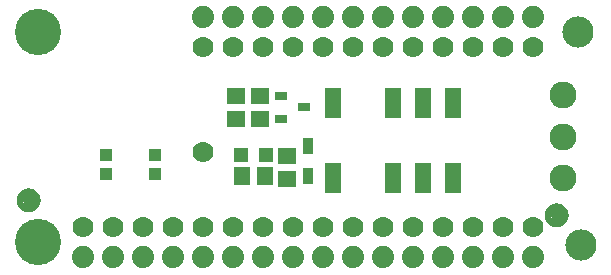
<source format=gbr>
G04 EAGLE Gerber RS-274X export*
G75*
%MOMM*%
%FSLAX34Y34*%
%LPD*%
%INSoldermask Top*%
%IPPOS*%
%AMOC8*
5,1,8,0,0,1.08239X$1,22.5*%
G01*
%ADD10C,2.641600*%
%ADD11C,3.911600*%
%ADD12C,1.879600*%
%ADD13C,1.778000*%
%ADD14R,1.001600X1.001600*%
%ADD15C,1.101600*%
%ADD16C,0.500000*%
%ADD17R,1.351600X2.601600*%
%ADD18R,1.117600X0.736600*%
%ADD19R,1.601600X1.341600*%
%ADD20R,0.901600X1.451600*%
%ADD21C,2.286000*%
%ADD22R,1.301600X1.301600*%
%ADD23R,1.341600X1.601600*%


D10*
X482600Y203200D03*
X485140Y22860D03*
D11*
X25400Y203200D03*
X25400Y25400D03*
D12*
X165100Y215900D03*
X190500Y215900D03*
X215900Y215900D03*
X241300Y215900D03*
X266700Y215900D03*
X292100Y215900D03*
X317500Y215900D03*
X342900Y215900D03*
X368300Y215900D03*
X393700Y215900D03*
X419100Y215900D03*
X444500Y215900D03*
X165100Y12700D03*
X190500Y12700D03*
X215900Y12700D03*
X241300Y12700D03*
X266700Y12700D03*
X292100Y12700D03*
X317500Y12700D03*
X342900Y12700D03*
X368300Y12700D03*
X393700Y12700D03*
X419100Y12700D03*
X444500Y12700D03*
X139700Y12700D03*
X114300Y12700D03*
X88900Y12700D03*
X63500Y12700D03*
D13*
X444500Y38100D03*
X419100Y38100D03*
X393700Y38100D03*
X368300Y38100D03*
X342900Y38100D03*
X317500Y38100D03*
X292100Y38100D03*
X266700Y38100D03*
X241300Y38100D03*
X215900Y38100D03*
X190500Y38100D03*
X165100Y38100D03*
X139700Y38100D03*
X114300Y38100D03*
X88900Y38100D03*
X63500Y38100D03*
X190500Y190500D03*
X215900Y190500D03*
X241300Y190500D03*
X266700Y190500D03*
X292100Y190500D03*
X317500Y190500D03*
X342900Y190500D03*
X368300Y190500D03*
X393700Y190500D03*
X419100Y190500D03*
X444500Y190500D03*
D14*
X83640Y83440D03*
X83640Y99440D03*
X124640Y99440D03*
X124640Y83440D03*
D13*
X165100Y190500D03*
D15*
X17780Y60960D03*
D16*
X17780Y68460D02*
X17599Y68458D01*
X17418Y68451D01*
X17237Y68440D01*
X17056Y68425D01*
X16876Y68405D01*
X16696Y68381D01*
X16517Y68353D01*
X16339Y68320D01*
X16162Y68283D01*
X15985Y68242D01*
X15810Y68197D01*
X15635Y68147D01*
X15462Y68093D01*
X15291Y68035D01*
X15120Y67973D01*
X14952Y67906D01*
X14785Y67836D01*
X14619Y67762D01*
X14456Y67683D01*
X14295Y67601D01*
X14135Y67515D01*
X13978Y67425D01*
X13823Y67331D01*
X13670Y67234D01*
X13520Y67132D01*
X13372Y67028D01*
X13226Y66919D01*
X13084Y66808D01*
X12944Y66692D01*
X12807Y66574D01*
X12672Y66452D01*
X12541Y66327D01*
X12413Y66199D01*
X12288Y66068D01*
X12166Y65933D01*
X12048Y65796D01*
X11932Y65656D01*
X11821Y65514D01*
X11712Y65368D01*
X11608Y65220D01*
X11506Y65070D01*
X11409Y64917D01*
X11315Y64762D01*
X11225Y64605D01*
X11139Y64445D01*
X11057Y64284D01*
X10978Y64121D01*
X10904Y63955D01*
X10834Y63788D01*
X10767Y63620D01*
X10705Y63449D01*
X10647Y63278D01*
X10593Y63105D01*
X10543Y62930D01*
X10498Y62755D01*
X10457Y62578D01*
X10420Y62401D01*
X10387Y62223D01*
X10359Y62044D01*
X10335Y61864D01*
X10315Y61684D01*
X10300Y61503D01*
X10289Y61322D01*
X10282Y61141D01*
X10280Y60960D01*
X17780Y68460D02*
X17961Y68458D01*
X18142Y68451D01*
X18323Y68440D01*
X18504Y68425D01*
X18684Y68405D01*
X18864Y68381D01*
X19043Y68353D01*
X19221Y68320D01*
X19398Y68283D01*
X19575Y68242D01*
X19750Y68197D01*
X19925Y68147D01*
X20098Y68093D01*
X20269Y68035D01*
X20440Y67973D01*
X20608Y67906D01*
X20775Y67836D01*
X20941Y67762D01*
X21104Y67683D01*
X21265Y67601D01*
X21425Y67515D01*
X21582Y67425D01*
X21737Y67331D01*
X21890Y67234D01*
X22040Y67132D01*
X22188Y67028D01*
X22334Y66919D01*
X22476Y66808D01*
X22616Y66692D01*
X22753Y66574D01*
X22888Y66452D01*
X23019Y66327D01*
X23147Y66199D01*
X23272Y66068D01*
X23394Y65933D01*
X23512Y65796D01*
X23628Y65656D01*
X23739Y65514D01*
X23848Y65368D01*
X23952Y65220D01*
X24054Y65070D01*
X24151Y64917D01*
X24245Y64762D01*
X24335Y64605D01*
X24421Y64445D01*
X24503Y64284D01*
X24582Y64121D01*
X24656Y63955D01*
X24726Y63788D01*
X24793Y63620D01*
X24855Y63449D01*
X24913Y63278D01*
X24967Y63105D01*
X25017Y62930D01*
X25062Y62755D01*
X25103Y62578D01*
X25140Y62401D01*
X25173Y62223D01*
X25201Y62044D01*
X25225Y61864D01*
X25245Y61684D01*
X25260Y61503D01*
X25271Y61322D01*
X25278Y61141D01*
X25280Y60960D01*
X25278Y60779D01*
X25271Y60598D01*
X25260Y60417D01*
X25245Y60236D01*
X25225Y60056D01*
X25201Y59876D01*
X25173Y59697D01*
X25140Y59519D01*
X25103Y59342D01*
X25062Y59165D01*
X25017Y58990D01*
X24967Y58815D01*
X24913Y58642D01*
X24855Y58471D01*
X24793Y58300D01*
X24726Y58132D01*
X24656Y57965D01*
X24582Y57799D01*
X24503Y57636D01*
X24421Y57475D01*
X24335Y57315D01*
X24245Y57158D01*
X24151Y57003D01*
X24054Y56850D01*
X23952Y56700D01*
X23848Y56552D01*
X23739Y56406D01*
X23628Y56264D01*
X23512Y56124D01*
X23394Y55987D01*
X23272Y55852D01*
X23147Y55721D01*
X23019Y55593D01*
X22888Y55468D01*
X22753Y55346D01*
X22616Y55228D01*
X22476Y55112D01*
X22334Y55001D01*
X22188Y54892D01*
X22040Y54788D01*
X21890Y54686D01*
X21737Y54589D01*
X21582Y54495D01*
X21425Y54405D01*
X21265Y54319D01*
X21104Y54237D01*
X20941Y54158D01*
X20775Y54084D01*
X20608Y54014D01*
X20440Y53947D01*
X20269Y53885D01*
X20098Y53827D01*
X19925Y53773D01*
X19750Y53723D01*
X19575Y53678D01*
X19398Y53637D01*
X19221Y53600D01*
X19043Y53567D01*
X18864Y53539D01*
X18684Y53515D01*
X18504Y53495D01*
X18323Y53480D01*
X18142Y53469D01*
X17961Y53462D01*
X17780Y53460D01*
X17599Y53462D01*
X17418Y53469D01*
X17237Y53480D01*
X17056Y53495D01*
X16876Y53515D01*
X16696Y53539D01*
X16517Y53567D01*
X16339Y53600D01*
X16162Y53637D01*
X15985Y53678D01*
X15810Y53723D01*
X15635Y53773D01*
X15462Y53827D01*
X15291Y53885D01*
X15120Y53947D01*
X14952Y54014D01*
X14785Y54084D01*
X14619Y54158D01*
X14456Y54237D01*
X14295Y54319D01*
X14135Y54405D01*
X13978Y54495D01*
X13823Y54589D01*
X13670Y54686D01*
X13520Y54788D01*
X13372Y54892D01*
X13226Y55001D01*
X13084Y55112D01*
X12944Y55228D01*
X12807Y55346D01*
X12672Y55468D01*
X12541Y55593D01*
X12413Y55721D01*
X12288Y55852D01*
X12166Y55987D01*
X12048Y56124D01*
X11932Y56264D01*
X11821Y56406D01*
X11712Y56552D01*
X11608Y56700D01*
X11506Y56850D01*
X11409Y57003D01*
X11315Y57158D01*
X11225Y57315D01*
X11139Y57475D01*
X11057Y57636D01*
X10978Y57799D01*
X10904Y57965D01*
X10834Y58132D01*
X10767Y58300D01*
X10705Y58471D01*
X10647Y58642D01*
X10593Y58815D01*
X10543Y58990D01*
X10498Y59165D01*
X10457Y59342D01*
X10420Y59519D01*
X10387Y59697D01*
X10359Y59876D01*
X10335Y60056D01*
X10315Y60236D01*
X10300Y60417D01*
X10289Y60598D01*
X10282Y60779D01*
X10280Y60960D01*
D15*
X464820Y48260D03*
D16*
X464820Y55760D02*
X464639Y55758D01*
X464458Y55751D01*
X464277Y55740D01*
X464096Y55725D01*
X463916Y55705D01*
X463736Y55681D01*
X463557Y55653D01*
X463379Y55620D01*
X463202Y55583D01*
X463025Y55542D01*
X462850Y55497D01*
X462675Y55447D01*
X462502Y55393D01*
X462331Y55335D01*
X462160Y55273D01*
X461992Y55206D01*
X461825Y55136D01*
X461659Y55062D01*
X461496Y54983D01*
X461335Y54901D01*
X461175Y54815D01*
X461018Y54725D01*
X460863Y54631D01*
X460710Y54534D01*
X460560Y54432D01*
X460412Y54328D01*
X460266Y54219D01*
X460124Y54108D01*
X459984Y53992D01*
X459847Y53874D01*
X459712Y53752D01*
X459581Y53627D01*
X459453Y53499D01*
X459328Y53368D01*
X459206Y53233D01*
X459088Y53096D01*
X458972Y52956D01*
X458861Y52814D01*
X458752Y52668D01*
X458648Y52520D01*
X458546Y52370D01*
X458449Y52217D01*
X458355Y52062D01*
X458265Y51905D01*
X458179Y51745D01*
X458097Y51584D01*
X458018Y51421D01*
X457944Y51255D01*
X457874Y51088D01*
X457807Y50920D01*
X457745Y50749D01*
X457687Y50578D01*
X457633Y50405D01*
X457583Y50230D01*
X457538Y50055D01*
X457497Y49878D01*
X457460Y49701D01*
X457427Y49523D01*
X457399Y49344D01*
X457375Y49164D01*
X457355Y48984D01*
X457340Y48803D01*
X457329Y48622D01*
X457322Y48441D01*
X457320Y48260D01*
X464820Y55760D02*
X465001Y55758D01*
X465182Y55751D01*
X465363Y55740D01*
X465544Y55725D01*
X465724Y55705D01*
X465904Y55681D01*
X466083Y55653D01*
X466261Y55620D01*
X466438Y55583D01*
X466615Y55542D01*
X466790Y55497D01*
X466965Y55447D01*
X467138Y55393D01*
X467309Y55335D01*
X467480Y55273D01*
X467648Y55206D01*
X467815Y55136D01*
X467981Y55062D01*
X468144Y54983D01*
X468305Y54901D01*
X468465Y54815D01*
X468622Y54725D01*
X468777Y54631D01*
X468930Y54534D01*
X469080Y54432D01*
X469228Y54328D01*
X469374Y54219D01*
X469516Y54108D01*
X469656Y53992D01*
X469793Y53874D01*
X469928Y53752D01*
X470059Y53627D01*
X470187Y53499D01*
X470312Y53368D01*
X470434Y53233D01*
X470552Y53096D01*
X470668Y52956D01*
X470779Y52814D01*
X470888Y52668D01*
X470992Y52520D01*
X471094Y52370D01*
X471191Y52217D01*
X471285Y52062D01*
X471375Y51905D01*
X471461Y51745D01*
X471543Y51584D01*
X471622Y51421D01*
X471696Y51255D01*
X471766Y51088D01*
X471833Y50920D01*
X471895Y50749D01*
X471953Y50578D01*
X472007Y50405D01*
X472057Y50230D01*
X472102Y50055D01*
X472143Y49878D01*
X472180Y49701D01*
X472213Y49523D01*
X472241Y49344D01*
X472265Y49164D01*
X472285Y48984D01*
X472300Y48803D01*
X472311Y48622D01*
X472318Y48441D01*
X472320Y48260D01*
X472318Y48079D01*
X472311Y47898D01*
X472300Y47717D01*
X472285Y47536D01*
X472265Y47356D01*
X472241Y47176D01*
X472213Y46997D01*
X472180Y46819D01*
X472143Y46642D01*
X472102Y46465D01*
X472057Y46290D01*
X472007Y46115D01*
X471953Y45942D01*
X471895Y45771D01*
X471833Y45600D01*
X471766Y45432D01*
X471696Y45265D01*
X471622Y45099D01*
X471543Y44936D01*
X471461Y44775D01*
X471375Y44615D01*
X471285Y44458D01*
X471191Y44303D01*
X471094Y44150D01*
X470992Y44000D01*
X470888Y43852D01*
X470779Y43706D01*
X470668Y43564D01*
X470552Y43424D01*
X470434Y43287D01*
X470312Y43152D01*
X470187Y43021D01*
X470059Y42893D01*
X469928Y42768D01*
X469793Y42646D01*
X469656Y42528D01*
X469516Y42412D01*
X469374Y42301D01*
X469228Y42192D01*
X469080Y42088D01*
X468930Y41986D01*
X468777Y41889D01*
X468622Y41795D01*
X468465Y41705D01*
X468305Y41619D01*
X468144Y41537D01*
X467981Y41458D01*
X467815Y41384D01*
X467648Y41314D01*
X467480Y41247D01*
X467309Y41185D01*
X467138Y41127D01*
X466965Y41073D01*
X466790Y41023D01*
X466615Y40978D01*
X466438Y40937D01*
X466261Y40900D01*
X466083Y40867D01*
X465904Y40839D01*
X465724Y40815D01*
X465544Y40795D01*
X465363Y40780D01*
X465182Y40769D01*
X465001Y40762D01*
X464820Y40760D01*
X464639Y40762D01*
X464458Y40769D01*
X464277Y40780D01*
X464096Y40795D01*
X463916Y40815D01*
X463736Y40839D01*
X463557Y40867D01*
X463379Y40900D01*
X463202Y40937D01*
X463025Y40978D01*
X462850Y41023D01*
X462675Y41073D01*
X462502Y41127D01*
X462331Y41185D01*
X462160Y41247D01*
X461992Y41314D01*
X461825Y41384D01*
X461659Y41458D01*
X461496Y41537D01*
X461335Y41619D01*
X461175Y41705D01*
X461018Y41795D01*
X460863Y41889D01*
X460710Y41986D01*
X460560Y42088D01*
X460412Y42192D01*
X460266Y42301D01*
X460124Y42412D01*
X459984Y42528D01*
X459847Y42646D01*
X459712Y42768D01*
X459581Y42893D01*
X459453Y43021D01*
X459328Y43152D01*
X459206Y43287D01*
X459088Y43424D01*
X458972Y43564D01*
X458861Y43706D01*
X458752Y43852D01*
X458648Y44000D01*
X458546Y44150D01*
X458449Y44303D01*
X458355Y44458D01*
X458265Y44615D01*
X458179Y44775D01*
X458097Y44936D01*
X458018Y45099D01*
X457944Y45265D01*
X457874Y45432D01*
X457807Y45600D01*
X457745Y45771D01*
X457687Y45942D01*
X457633Y46115D01*
X457583Y46290D01*
X457538Y46465D01*
X457497Y46642D01*
X457460Y46819D01*
X457427Y46997D01*
X457399Y47176D01*
X457375Y47356D01*
X457355Y47536D01*
X457340Y47717D01*
X457329Y47898D01*
X457322Y48079D01*
X457320Y48260D01*
D17*
X275360Y80260D03*
X326660Y80260D03*
X352060Y80260D03*
X377460Y80260D03*
X275360Y143260D03*
X326660Y143260D03*
X352060Y143260D03*
X377460Y143260D03*
D18*
X251300Y139700D03*
X231300Y130200D03*
X231300Y149200D03*
D19*
X193040Y130200D03*
X193040Y149200D03*
D20*
X254000Y81280D03*
X254000Y106680D03*
D21*
X469900Y149800D03*
X469900Y114800D03*
X469900Y79800D03*
D19*
X236220Y79400D03*
X236220Y98400D03*
D13*
X165100Y101600D03*
D19*
X213360Y130200D03*
X213360Y149200D03*
D22*
X218780Y99060D03*
X197780Y99060D03*
D23*
X198780Y81280D03*
X217780Y81280D03*
M02*

</source>
